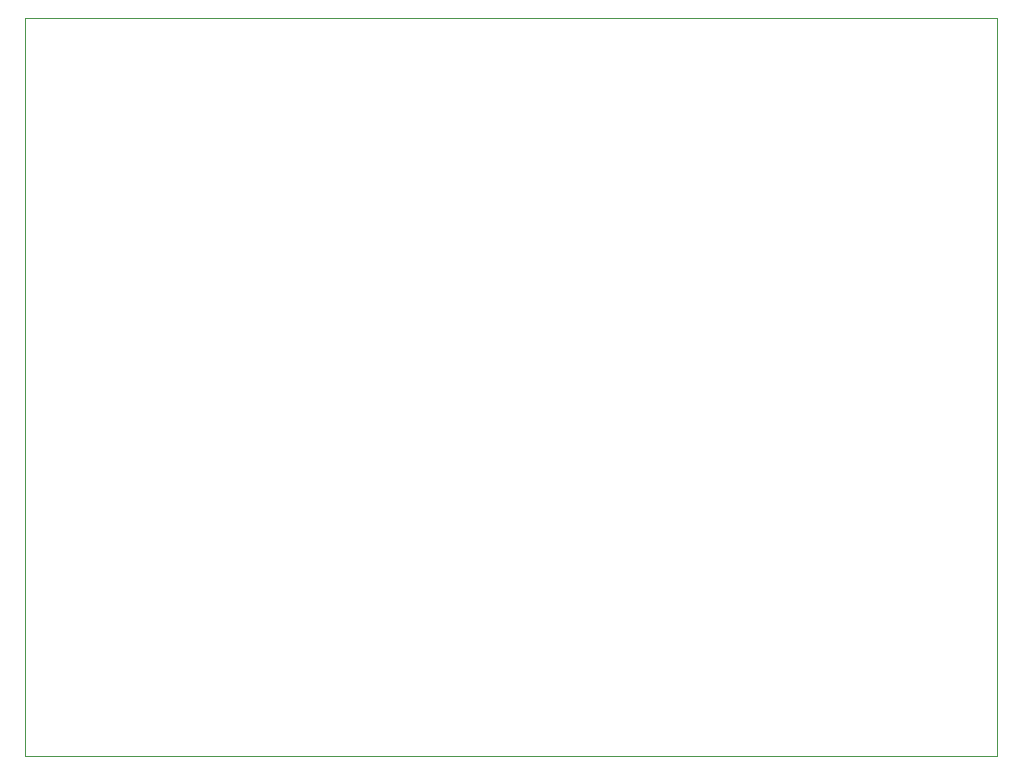
<source format=gbr>
%TF.GenerationSoftware,KiCad,Pcbnew,7.0.5-0*%
%TF.CreationDate,2023-07-18T13:45:43-04:00*%
%TF.ProjectId,quad_sipm,71756164-5f73-4697-906d-2e6b69636164,rev?*%
%TF.SameCoordinates,Original*%
%TF.FileFunction,Profile,NP*%
%FSLAX46Y46*%
G04 Gerber Fmt 4.6, Leading zero omitted, Abs format (unit mm)*
G04 Created by KiCad (PCBNEW 7.0.5-0) date 2023-07-18 13:45:43*
%MOMM*%
%LPD*%
G01*
G04 APERTURE LIST*
%TA.AperFunction,Profile*%
%ADD10C,0.050000*%
%TD*%
G04 APERTURE END LIST*
D10*
X58928000Y-121920000D02*
X58928000Y-59436000D01*
X141224000Y-121920000D02*
X58928000Y-121920000D01*
X58928000Y-59436000D02*
X141224000Y-59436000D01*
X141224000Y-59436000D02*
X141224000Y-121920000D01*
M02*

</source>
